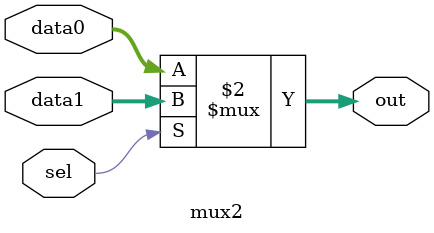
<source format=sv>
module mux2 (
    input  logic         sel,
    input  logic [31:0]  data0,
    input  logic [31:0]  data1,
    output logic [31:0]  out
);

    always_comb begin
        out = sel ? data1 : data0;
    end

endmodule

</source>
